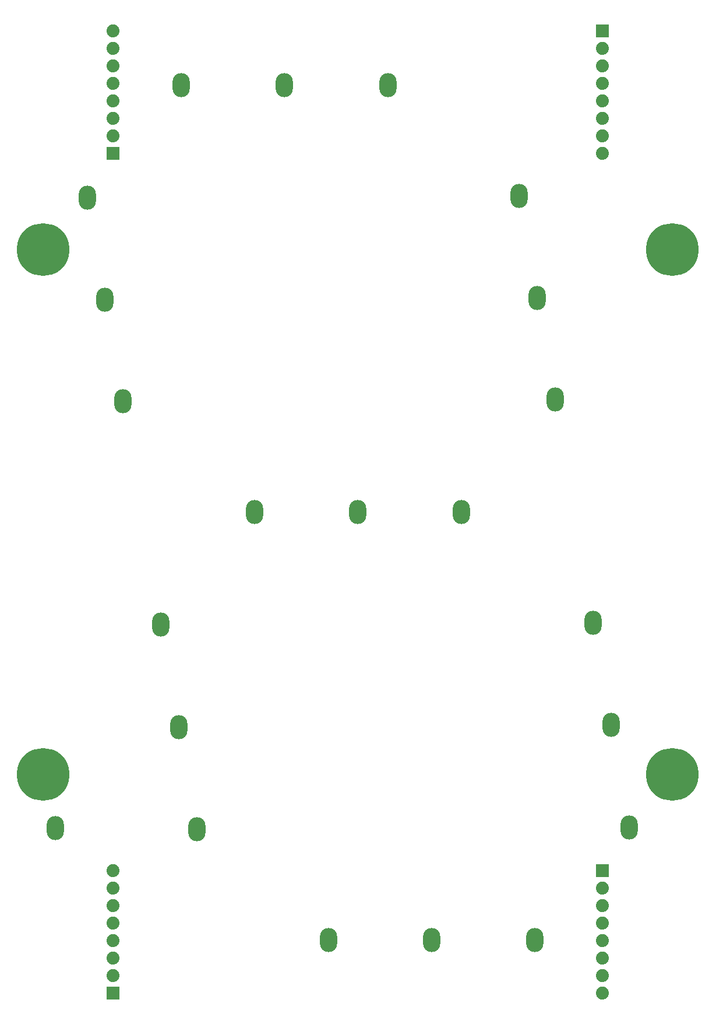
<source format=gbs>
G04 (created by PCBNEW (2013-07-07 BZR 4022)-stable) date 10/26/2014 6:34:32 PM*
%MOIN*%
G04 Gerber Fmt 3.4, Leading zero omitted, Abs format*
%FSLAX34Y34*%
G01*
G70*
G90*
G04 APERTURE LIST*
%ADD10C,0.01*%
%ADD11C,0.301402*%
%ADD12R,0.074X0.074*%
%ADD13C,0.074*%
%ADD14O,0.0987402X0.13811*%
G04 APERTURE END LIST*
G54D10*
G54D11*
X39000Y15000D03*
X3000Y45000D03*
X3000Y15000D03*
X39000Y45000D03*
G54D12*
X35000Y57500D03*
G54D13*
X35000Y56500D03*
X35000Y55500D03*
X35000Y54500D03*
X35000Y53500D03*
X35000Y52500D03*
X35000Y51500D03*
X35000Y50500D03*
G54D12*
X7000Y50500D03*
G54D13*
X7000Y51500D03*
X7000Y52500D03*
X7000Y53500D03*
X7000Y54500D03*
X7000Y55500D03*
X7000Y56500D03*
X7000Y57500D03*
G54D12*
X35000Y9500D03*
G54D13*
X35000Y8500D03*
X35000Y7500D03*
X35000Y6500D03*
X35000Y5500D03*
X35000Y4500D03*
X35000Y3500D03*
X35000Y2500D03*
G54D12*
X7000Y2500D03*
G54D13*
X7000Y3500D03*
X7000Y4500D03*
X7000Y5500D03*
X7000Y6500D03*
X7000Y7500D03*
X7000Y8500D03*
X7000Y9500D03*
G54D14*
X30230Y48063D03*
X22704Y54394D03*
X16799Y54394D03*
X10893Y54394D03*
X7559Y36326D03*
X6534Y42141D03*
X3679Y11944D03*
X15094Y30004D03*
X21000Y30004D03*
X26906Y30004D03*
X5508Y47957D03*
X31256Y42247D03*
X32281Y36432D03*
X34444Y23660D03*
X35474Y17821D03*
X36503Y11983D03*
X31131Y5533D03*
X25225Y5533D03*
X19319Y5533D03*
X9722Y23553D03*
X10751Y17715D03*
X11781Y11877D03*
M02*

</source>
